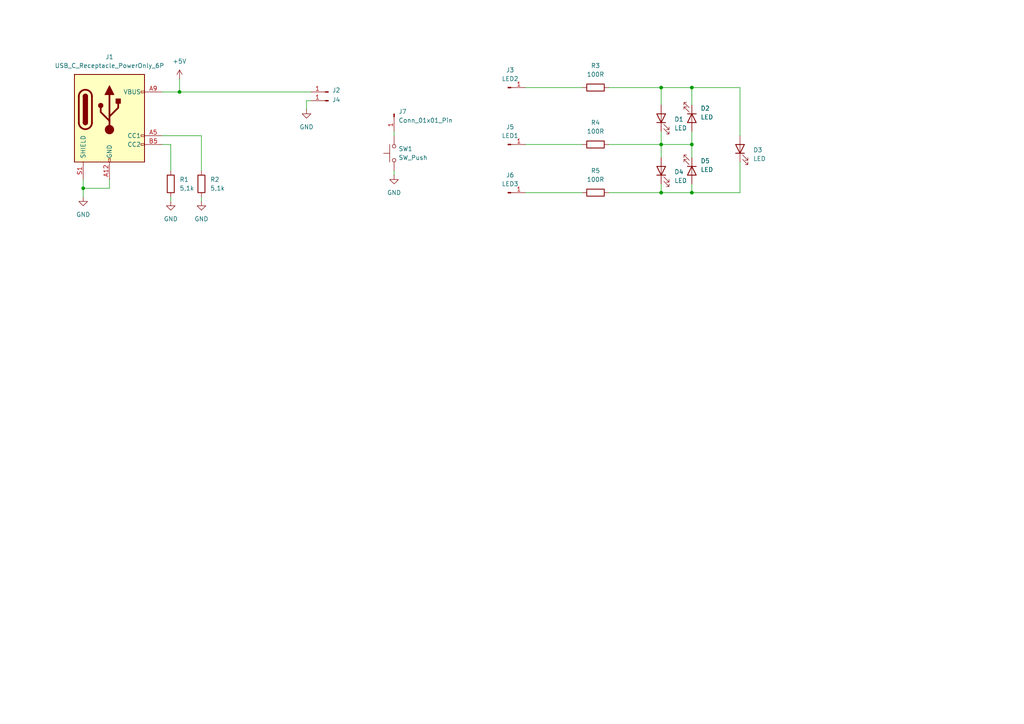
<source format=kicad_sch>
(kicad_sch (version 20231120) (generator "eeschema") (generator_version "8.0")
  (paper "A4")
  (lib_symbols
    (symbol "Connector:Conn_01x01_Pin" (pin_names (offset 1.016) hide)
      (property "Reference" "J" (at 0 2.54 0))
      (property "Value" "Conn_01x01_Pin" (at 0 -2.54 0))
      (symbol "Conn_01x01_Pin_1_1"
        (polyline (pts (xy 1.27 0) (xy 0.8636 0)) (stroke (width 0.1524)))
        (rectangle (start 0.8636 0.127) (end 0 -0.127) (stroke (width 0.1524)) (fill (type outline)))
        (pin passive line (at 5.08 0 180) (length 3.81) (name "Pin_1") (number "1"))
      )
    )
    (symbol "Connector:USB_C_Receptacle_PowerOnly_6P" (pin_names (offset 1.016))
      (property "Reference" "J" (at 0 16.51 0))
      (property "Value" "USB_C_Receptacle_PowerOnly_6P" (at 0 13.97 0))
      (symbol "USB_C_Receptacle_PowerOnly_6P_0_0"
        (rectangle (start -0.254 -12.7) (end 0.254 -11.684))
        (rectangle (start 10.16 -7.366) (end 9.144 -7.874))
        (rectangle (start 10.16 -4.826) (end 9.144 -5.334))
        (rectangle (start 10.16 7.874) (end 9.144 7.366))
      )
      (symbol "USB_C_Receptacle_PowerOnly_6P_0_1"
        (rectangle (start -10.16 12.7) (end 10.16 -12.7) (stroke (width 0.254)) (fill (type background)))
        (arc (start -8.89 -1.27) (mid -6.985 -3.1667) (end -5.08 -1.27) (stroke (width 0.508)))
        (arc (start -7.62 -1.27) (mid -6.985 -1.9023) (end -6.35 -1.27) (stroke (width 0.254)))
        (arc (start -7.62 -1.27) (mid -6.985 -1.9023) (end -6.35 -1.27) (stroke (width 0.254)) (fill (type outline)))
        (rectangle (start -7.62 -1.27) (end -6.35 6.35) (stroke (width 0.254)) (fill (type outline)))
        (arc (start -6.35 6.35) (mid -6.985 6.9823) (end -7.62 6.35) (stroke (width 0.254)))
        (arc (start -6.35 6.35) (mid -6.985 6.9823) (end -7.62 6.35) (stroke (width 0.254)) (fill (type outline)))
        (arc (start -5.08 6.35) (mid -6.985 8.2467) (end -8.89 6.35) (stroke (width 0.508)))
        (circle (center -2.54 3.683) (radius 0.635) (stroke (width 0.254)) (fill (type outline)))
        (circle (center 0 -3.302) (radius 1.27) (fill (type outline)))
        (polyline (pts (xy -8.89 -1.27) (xy -8.89 6.35)) (stroke (width 0.508)))
        (polyline (pts (xy -5.08 6.35) (xy -5.08 -1.27)) (stroke (width 0.508)))
        (polyline (pts (xy 0 -3.302) (xy 0 6.858)) (stroke (width 0.508)))
        (polyline (pts (xy 0 -0.762) (xy -2.54 1.778) (xy -2.54 3.048)) (stroke (width 0.508)))
        (polyline (pts (xy 0 0.508) (xy 2.54 3.048) (xy 2.54 4.318)) (stroke (width 0.508)))
        (polyline (pts (xy -1.27 6.858) (xy 0 9.398) (xy 1.27 6.858) (xy -1.27 6.858)) (stroke (width 0.254)) (fill (type outline)))
        (rectangle (start 1.905 4.318) (end 3.175 5.588) (stroke (width 0.254)) (fill (type outline)))
      )
      (symbol "USB_C_Receptacle_PowerOnly_6P_1_1"
        (pin passive line (at 0 -17.78 90) (length 5.08) (name "GND") (number "A12"))
        (pin bidirectional line (at 15.24 -5.08 180) (length 5.08) (name "CC1") (number "A5"))
        (pin passive line (at 15.24 7.62 180) (length 5.08) (name "VBUS") (number "A9"))
        (pin passive line (at 0 -17.78 90) (length 5.08) hide (name "GND") (number "B12"))
        (pin bidirectional line (at 15.24 -7.62 180) (length 5.08) (name "CC2") (number "B5"))
        (pin passive line (at 15.24 7.62 180) (length 5.08) hide (name "VBUS") (number "B9"))
        (pin passive line (at -7.62 -17.78 90) (length 5.08) (name "SHIELD") (number "S1"))
      )
    )
    (symbol "Device:LED" (pin_numbers hide) (pin_names (offset 1.016) hide)
      (property "Reference" "D" (at 0 2.54 0))
      (property "Value" "LED" (at 0 -2.54 0))
      (symbol "LED_0_1"
        (polyline (pts (xy -1.27 -1.27) (xy -1.27 1.27)) (stroke (width 0.254)))
        (polyline (pts (xy -1.27 0) (xy 1.27 0)))
        (polyline (pts (xy 1.27 -1.27) (xy 1.27 1.27) (xy -1.27 0) (xy 1.27 -1.27)) (stroke (width 0.254)))
        (polyline (pts (xy -3.048 -0.762) (xy -4.572 -2.286) (xy -3.81 -2.286) (xy -4.572 -2.286) (xy -4.572 -1.524)))
        (polyline (pts (xy -1.778 -0.762) (xy -3.302 -2.286) (xy -2.54 -2.286) (xy -3.302 -2.286) (xy -3.302 -1.524)))
      )
      (symbol "LED_1_1"
        (pin passive line (at -3.81 0 0) (length 2.54) (name "K") (number "1"))
        (pin passive line (at 3.81 0 180) (length 2.54) (name "A") (number "2"))
      )
    )
    (symbol "Device:R" (pin_numbers hide) (pin_names (offset 0))
      (property "Reference" "R" (at 2.032 0 90))
      (property "Value" "R" (at 0 0 90))
      (symbol "R_0_1"
        (rectangle (start -1.016 -2.54) (end 1.016 2.54) (stroke (width 0.254)))
      )
      (symbol "R_1_1"
        (pin passive line (at 0 3.81 270) (length 1.27) (name "~") (number "1"))
        (pin passive line (at 0 -3.81 90) (length 1.27) (name "~") (number "2"))
      )
    )
    (symbol "Switch:SW_Push" (pin_numbers hide) (pin_names (offset 1.016) hide)
      (property "Reference" "SW" (at 1.27 2.54 0))
      (property "Value" "SW_Push" (at 0 -1.524 0))
      (symbol "SW_Push_0_1"
        (circle (center -2.032 0) (radius 0.508))
        (polyline (pts (xy 0 1.27) (xy 0 3.048)))
        (polyline (pts (xy 2.54 1.27) (xy -2.54 1.27)))
        (circle (center 2.032 0) (radius 0.508))
        (pin passive line (at -5.08 0 0) (length 2.54) (name "1") (number "1"))
        (pin passive line (at 5.08 0 180) (length 2.54) (name "2") (number "2"))
      )
    )
    (symbol "power:+5V" (power) (pin_numbers hide) (pin_names (offset 0) hide)
      (property "Value" "+5V" (at 0 3.556 0))
      (symbol "+5V_0_1"
        (polyline (pts (xy -0.762 1.27) (xy 0 2.54)))
        (polyline (pts (xy 0 0) (xy 0 2.54)))
        (polyline (pts (xy 0 2.54) (xy 0.762 1.27)))
      )
      (symbol "+5V_1_1"
        (pin power_in line (at 0 0 90) (length 0) (name "~") (number "1"))
      )
    )
    (symbol "power:GND" (power) (pin_numbers hide) (pin_names (offset 0) hide)
      (property "Value" "GND" (at 0 -3.81 0))
      (symbol "GND_0_1"
        (polyline (pts (xy 0 0) (xy 0 -1.27) (xy 1.27 -1.27) (xy 0 -2.54) (xy -1.27 -1.27) (xy 0 -1.27)))
      )
      (symbol "GND_1_1"
        (pin power_in line (at 0 0 270) (length 0) (name "~") (number "1"))
      )
    )
  )
  (junction (at 191.77 41.91))
  (junction (at 191.77 55.88))
  (junction (at 191.77 25.4))
  (junction (at 24.13 54.61))
  (junction (at 200.66 55.88))
  (junction (at 200.66 25.4))
  (junction (at 200.66 41.91))
  (junction (at 52.07 26.67))
  (wire (pts (xy 191.77 41.91) (xy 191.77 45.72)))
  (wire (pts (xy 49.53 41.91) (xy 49.53 49.53)))
  (wire (pts (xy 191.77 25.4) (xy 200.66 25.4)))
  (wire (pts (xy 114.3 49.53) (xy 114.3 50.8)))
  (wire (pts (xy 176.53 41.91) (xy 191.77 41.91)))
  (wire (pts (xy 52.07 26.67) (xy 52.07 22.86)))
  (wire (pts (xy 200.66 38.1) (xy 200.66 41.91)))
  (wire (pts (xy 200.66 55.88) (xy 191.77 55.88)))
  (wire (pts (xy 200.66 53.34) (xy 200.66 55.88)))
  (wire (pts (xy 176.53 25.4) (xy 191.77 25.4)))
  (wire (pts (xy 49.53 57.15) (xy 49.53 58.42)))
  (wire (pts (xy 200.66 25.4) (xy 214.63 25.4)))
  (wire (pts (xy 214.63 55.88) (xy 200.66 55.88)))
  (wire (pts (xy 191.77 41.91) (xy 200.66 41.91)))
  (wire (pts (xy 46.99 41.91) (xy 49.53 41.91)))
  (wire (pts (xy 24.13 54.61) (xy 24.13 57.15)))
  (wire (pts (xy 31.75 54.61) (xy 31.75 52.07)))
  (wire (pts (xy 214.63 25.4) (xy 214.63 39.37)))
  (wire (pts (xy 88.9 29.21) (xy 88.9 31.75)))
  (wire (pts (xy 46.99 39.37) (xy 58.42 39.37)))
  (wire (pts (xy 52.07 26.67) (xy 90.17 26.67)))
  (wire (pts (xy 200.66 25.4) (xy 200.66 30.48)))
  (wire (pts (xy 191.77 30.48) (xy 191.77 25.4)))
  (wire (pts (xy 24.13 52.07) (xy 24.13 54.61)))
  (wire (pts (xy 176.53 55.88) (xy 191.77 55.88)))
  (wire (pts (xy 191.77 55.88) (xy 191.77 53.34)))
  (wire (pts (xy 90.17 29.21) (xy 88.9 29.21)))
  (wire (pts (xy 24.13 54.61) (xy 31.75 54.61)))
  (wire (pts (xy 214.63 46.99) (xy 214.63 55.88)))
  (wire (pts (xy 152.4 41.91) (xy 168.91 41.91)))
  (wire (pts (xy 58.42 39.37) (xy 58.42 49.53)))
  (wire (pts (xy 191.77 38.1) (xy 191.77 41.91)))
  (wire (pts (xy 114.3 38.1) (xy 114.3 39.37)))
  (wire (pts (xy 200.66 41.91) (xy 200.66 45.72)))
  (wire (pts (xy 58.42 57.15) (xy 58.42 58.42)))
  (wire (pts (xy 152.4 25.4) (xy 168.91 25.4)))
  (wire (pts (xy 152.4 55.88) (xy 168.91 55.88)))
  (wire (pts (xy 46.99 26.67) (xy 52.07 26.67)))
  (symbol (lib_id "Device:R") (at 58.42 53.34 0) (unit 1)
    (property "Reference" "R2" (at 60.96 52.0699 0) (effects (justify left)))
    (property "Value" "5,1k" (at 60.96 54.6099 0) (effects (justify left)))
    (property "Footprint" "Resistor_SMD:R_0603_1608Metric" (effects (hide yes)))
    (property "Description" "Resistor" (effects (hide yes)))
  )
  (symbol (lib_id "Connector:Conn_01x01_Pin") (at 95.25 26.67 180) (unit 1)
    (property "Reference" "J2" (at 97.536 26.162 0))
    (property "Value" "Conn_01x01_Pin" (effects (hide yes)))
    (property "Footprint" "Connector_Wire:SolderWire-0.5sqmm_1x01_D0.9mm_OD2.1mm" (effects (hide yes)))
    (property "Description" "Generic connector, single row, 01x01, script generated" (effects (hide yes)))
  )
  (symbol (lib_id "Device:LED") (at 200.66 49.53 270) (unit 1)
    (property "Reference" "D5" (at 203.2 46.6724 90) (effects (justify left)))
    (property "Value" "LED" (at 203.2 49.2124 90) (effects (justify left)))
    (property "Footprint" "LED_SMD:LED_0805_2012Metric" (effects (hide yes)))
    (property "Description" "Light emitting diode" (effects (hide yes)))
  )
  (symbol (lib_id "power:+5V") (at 52.07 22.86 0) (unit 1)
    (property "Reference" "#PWR01" (effects (hide yes)))
    (property "Value" "+5V" (at 52.07 17.78 0))
    (property "Description" "Power symbol creates a global label with name \"+5V\"" (effects (hide yes)))
  )
  (symbol (lib_id "Connector:Conn_01x01_Pin") (at 147.32 25.4 0) (unit 1)
    (property "Reference" "J3" (at 147.955 20.32 0))
    (property "Value" "LED2" (at 147.955 22.86 0))
    (property "Footprint" "Connector_Wire:SolderWire-0.1sqmm_1x01_D0.4mm_OD1mm" (effects (hide yes)))
    (property "Description" "Generic connector, single row, 01x01, script generated" (effects (hide yes)))
  )
  (symbol (lib_id "Switch:SW_Push") (at 114.3 44.45 90) (unit 1)
    (property "Reference" "SW1" (at 115.57 43.1799 90) (effects (justify right)))
    (property "Value" "SW_Push" (at 115.57 45.7199 90) (effects (justify right)))
    (property "Footprint" "radtke:TL1017AABF260QG" (effects (hide yes)))
    (property "Description" "Push button switch, generic, two pins" (effects (hide yes)))
  )
  (symbol (lib_id "power:GND") (at 114.3 50.8 0) (unit 1)
    (property "Reference" "#PWR03" (effects (hide yes)))
    (property "Value" "GND" (at 114.3 55.88 0))
    (property "Description" "Power symbol creates a global label with name \"GND\" , ground" (effects (hide yes)))
  )
  (symbol (lib_id "Connector:Conn_01x01_Pin") (at 114.3 33.02 270) (unit 1)
    (property "Reference" "J7" (at 115.57 32.3849 90) (effects (justify left)))
    (property "Value" "Conn_01x01_Pin" (at 115.57 34.9249 90) (effects (justify left)))
    (property "Footprint" "Connector_Wire:SolderWire-0.1sqmm_1x01_D0.4mm_OD1mm" (effects (hide yes)))
    (property "Description" "Generic connector, single row, 01x01, script generated" (effects (hide yes)))
  )
  (symbol (lib_id "Device:R") (at 172.72 41.91 90) (unit 1)
    (property "Reference" "R4" (at 172.72 35.56 90))
    (property "Value" "100R" (at 172.72 38.1 90))
    (property "Footprint" "Resistor_SMD:R_0603_1608Metric" (effects (hide yes)))
    (property "Description" "Resistor" (effects (hide yes)))
  )
  (symbol (lib_id "Device:LED") (at 214.63 43.18 90) (unit 1)
    (property "Reference" "D3" (at 218.44 43.4974 90) (effects (justify right)))
    (property "Value" "LED" (at 218.44 46.0374 90) (effects (justify right)))
    (property "Footprint" "LED_SMD:LED_0805_2012Metric" (effects (hide yes)))
    (property "Description" "Light emitting diode" (effects (hide yes)))
  )
  (symbol (lib_id "Device:R") (at 172.72 25.4 90) (unit 1)
    (property "Reference" "R3" (at 172.72 19.05 90))
    (property "Value" "100R" (at 172.72 21.59 90))
    (property "Footprint" "Resistor_SMD:R_0603_1608Metric" (effects (hide yes)))
    (property "Description" "Resistor" (effects (hide yes)))
  )
  (symbol (lib_id "Device:R") (at 172.72 55.88 90) (unit 1)
    (property "Reference" "R5" (at 172.72 49.53 90))
    (property "Value" "100R" (at 172.72 52.07 90))
    (property "Footprint" "Resistor_SMD:R_0603_1608Metric" (effects (hide yes)))
    (property "Description" "Resistor" (effects (hide yes)))
  )
  (symbol (lib_id "Device:R") (at 49.53 53.34 0) (unit 1)
    (property "Reference" "R1" (at 52.07 52.0699 0) (effects (justify left)))
    (property "Value" "5,1k" (at 52.07 54.6099 0) (effects (justify left)))
    (property "Footprint" "Resistor_SMD:R_0603_1608Metric" (effects (hide yes)))
    (property "Description" "Resistor" (effects (hide yes)))
  )
  (symbol (lib_id "power:GND") (at 49.53 58.42 0) (unit 1)
    (property "Reference" "#PWR05" (effects (hide yes)))
    (property "Value" "GND" (at 49.53 63.5 0))
    (property "Description" "Power symbol creates a global label with name \"GND\" , ground" (effects (hide yes)))
  )
  (symbol (lib_id "power:GND") (at 58.42 58.42 0) (unit 1)
    (property "Reference" "#PWR04" (effects (hide yes)))
    (property "Value" "GND" (at 58.42 63.5 0))
    (property "Description" "Power symbol creates a global label with name \"GND\" , ground" (effects (hide yes)))
  )
  (symbol (lib_id "Connector:USB_C_Receptacle_PowerOnly_6P") (at 31.75 34.29 0) (unit 1)
    (property "Reference" "J1" (at 31.75 16.51 0))
    (property "Value" "USB_C_Receptacle_PowerOnly_6P" (at 31.75 19.05 0))
    (property "Footprint" "radtke:UJC-V-G-SMT-P6-TR" (effects (hide yes)))
    (property "Datasheet" "https://www.usb.org/sites/default/files/documents/usb_type-c.zip" (effects (hide yes)))
    (property "Description" "USB Power-Only 6P Type-C Receptacle connector" (effects (hide yes)))
  )
  (symbol (lib_id "power:GND") (at 24.13 57.15 0) (unit 1)
    (property "Reference" "#PWR02" (effects (hide yes)))
    (property "Value" "GND" (at 24.13 62.23 0))
    (property "Description" "Power symbol creates a global label with name \"GND\" , ground" (effects (hide yes)))
  )
  (symbol (lib_id "Device:LED") (at 191.77 34.29 90) (unit 1)
    (property "Reference" "D1" (at 195.58 34.6074 90) (effects (justify right)))
    (property "Value" "LED" (at 195.58 37.1474 90) (effects (justify right)))
    (property "Footprint" "LED_SMD:LED_0805_2012Metric" (effects (hide yes)))
    (property "Description" "Light emitting diode" (effects (hide yes)))
  )
  (symbol (lib_id "Connector:Conn_01x01_Pin") (at 95.25 29.21 180) (unit 1)
    (property "Reference" "J4" (at 97.536 28.956 0))
    (property "Value" "Conn_01x01_Pin" (effects (hide yes)))
    (property "Footprint" "Connector_Wire:SolderWire-0.5sqmm_1x01_D0.9mm_OD2.1mm" (effects (hide yes)))
    (property "Description" "Generic connector, single row, 01x01, script generated" (effects (hide yes)))
  )
  (symbol (lib_id "Connector:Conn_01x01_Pin") (at 147.32 55.88 0) (unit 1)
    (property "Reference" "J6" (at 147.955 50.8 0))
    (property "Value" "LED3" (at 147.955 53.34 0))
    (property "Footprint" "Connector_Wire:SolderWire-0.1sqmm_1x01_D0.4mm_OD1mm" (effects (hide yes)))
    (property "Description" "Generic connector, single row, 01x01, script generated" (effects (hide yes)))
  )
  (symbol (lib_id "Device:LED") (at 191.77 49.53 90) (unit 1)
    (property "Reference" "D4" (at 195.58 49.8474 90) (effects (justify right)))
    (property "Value" "LED" (at 195.58 52.3874 90) (effects (justify right)))
    (property "Footprint" "LED_SMD:LED_0805_2012Metric" (effects (hide yes)))
    (property "Description" "Light emitting diode" (effects (hide yes)))
  )
  (symbol (lib_id "Device:LED") (at 200.66 34.29 270) (unit 1)
    (property "Reference" "D2" (at 203.2 31.4324 90) (effects (justify left)))
    (property "Value" "LED" (at 203.2 33.9724 90) (effects (justify left)))
    (property "Footprint" "LED_SMD:LED_0805_2012Metric" (effects (hide yes)))
    (property "Description" "Light emitting diode" (effects (hide yes)))
  )
  (symbol (lib_id "power:GND") (at 88.9 31.75 0) (unit 1)
    (property "Reference" "#PWR06" (effects (hide yes)))
    (property "Value" "GND" (at 88.9 36.83 0))
    (property "Description" "Power symbol creates a global label with name \"GND\" , ground" (effects (hide yes)))
  )
  (symbol (lib_id "Connector:Conn_01x01_Pin") (at 147.32 41.91 0) (unit 1)
    (property "Reference" "J5" (at 147.955 36.83 0))
    (property "Value" "LED1" (at 147.955 39.37 0))
    (property "Footprint" "Connector_Wire:SolderWire-0.1sqmm_1x01_D0.4mm_OD1mm" (effects (hide yes)))
    (property "Description" "Generic connector, single row, 01x01, script generated" (effects (hide yes)))
  )
)
</source>
